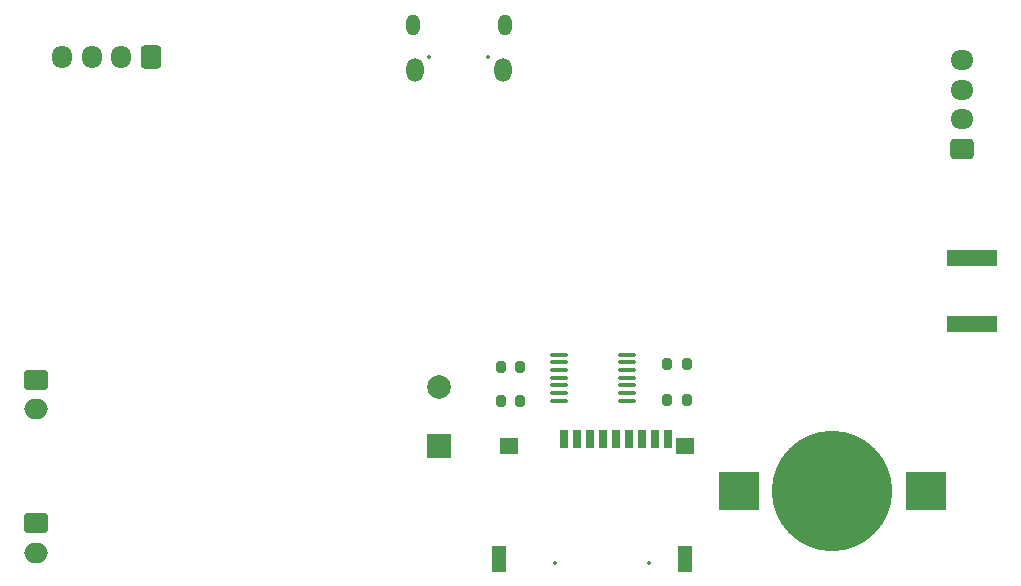
<source format=gbl>
%TF.GenerationSoftware,KiCad,Pcbnew,7.0.7*%
%TF.CreationDate,2024-05-31T17:05:06+03:00*%
%TF.ProjectId,hecatlon_raid_eye,68656361-746c-46f6-9e5f-726169645f65,rev?*%
%TF.SameCoordinates,Original*%
%TF.FileFunction,Copper,L4,Bot*%
%TF.FilePolarity,Positive*%
%FSLAX46Y46*%
G04 Gerber Fmt 4.6, Leading zero omitted, Abs format (unit mm)*
G04 Created by KiCad (PCBNEW 7.0.7) date 2024-05-31 17:05:06*
%MOMM*%
%LPD*%
G01*
G04 APERTURE LIST*
G04 Aperture macros list*
%AMRoundRect*
0 Rectangle with rounded corners*
0 $1 Rounding radius*
0 $2 $3 $4 $5 $6 $7 $8 $9 X,Y pos of 4 corners*
0 Add a 4 corners polygon primitive as box body*
4,1,4,$2,$3,$4,$5,$6,$7,$8,$9,$2,$3,0*
0 Add four circle primitives for the rounded corners*
1,1,$1+$1,$2,$3*
1,1,$1+$1,$4,$5*
1,1,$1+$1,$6,$7*
1,1,$1+$1,$8,$9*
0 Add four rect primitives between the rounded corners*
20,1,$1+$1,$2,$3,$4,$5,0*
20,1,$1+$1,$4,$5,$6,$7,0*
20,1,$1+$1,$6,$7,$8,$9,0*
20,1,$1+$1,$8,$9,$2,$3,0*%
G04 Aperture macros list end*
%TA.AperFunction,SMDPad,CuDef*%
%ADD10R,4.200000X1.350000*%
%TD*%
%TA.AperFunction,ComponentPad*%
%ADD11RoundRect,0.250000X-0.750000X0.600000X-0.750000X-0.600000X0.750000X-0.600000X0.750000X0.600000X0*%
%TD*%
%TA.AperFunction,ComponentPad*%
%ADD12O,2.000000X1.700000*%
%TD*%
%TA.AperFunction,ComponentPad*%
%ADD13O,1.150000X1.800000*%
%TD*%
%TA.AperFunction,ComponentPad*%
%ADD14O,1.450000X2.000000*%
%TD*%
%TA.AperFunction,ComponentPad*%
%ADD15R,2.000000X2.000000*%
%TD*%
%TA.AperFunction,ComponentPad*%
%ADD16C,2.000000*%
%TD*%
%TA.AperFunction,ComponentPad*%
%ADD17RoundRect,0.250000X0.725000X-0.600000X0.725000X0.600000X-0.725000X0.600000X-0.725000X-0.600000X0*%
%TD*%
%TA.AperFunction,ComponentPad*%
%ADD18O,1.950000X1.700000*%
%TD*%
%TA.AperFunction,ComponentPad*%
%ADD19RoundRect,0.250000X0.600000X0.725000X-0.600000X0.725000X-0.600000X-0.725000X0.600000X-0.725000X0*%
%TD*%
%TA.AperFunction,ComponentPad*%
%ADD20O,1.700000X1.950000*%
%TD*%
%TA.AperFunction,SMDPad,CuDef*%
%ADD21RoundRect,0.200000X0.200000X0.275000X-0.200000X0.275000X-0.200000X-0.275000X0.200000X-0.275000X0*%
%TD*%
%TA.AperFunction,SMDPad,CuDef*%
%ADD22R,3.500000X3.300000*%
%TD*%
%TA.AperFunction,SMDPad,CuDef*%
%ADD23C,10.200000*%
%TD*%
%TA.AperFunction,SMDPad,CuDef*%
%ADD24RoundRect,0.100000X0.637500X0.100000X-0.637500X0.100000X-0.637500X-0.100000X0.637500X-0.100000X0*%
%TD*%
%TA.AperFunction,SMDPad,CuDef*%
%ADD25R,0.700000X1.600000*%
%TD*%
%TA.AperFunction,SMDPad,CuDef*%
%ADD26R,1.600000X1.400000*%
%TD*%
%TA.AperFunction,SMDPad,CuDef*%
%ADD27R,1.200000X2.200000*%
%TD*%
%ADD28C,0.350000*%
%ADD29O,0.550000X1.200000*%
%ADD30O,0.850000X1.400000*%
G04 APERTURE END LIST*
D10*
%TO.P,AE2,2,Shield*%
%TO.N,GND*%
X263037500Y-70825000D03*
X263037500Y-65175000D03*
%TD*%
D11*
%TO.P,J6,1,Pin_1*%
%TO.N,Net-(D5-A)*%
X183800000Y-87650000D03*
D12*
%TO.P,J6,2,Pin_2*%
%TO.N,GND*%
X183800000Y-90150000D03*
%TD*%
D13*
%TO.P,J5,6,Shield*%
%TO.N,GND*%
X223475000Y-45450000D03*
D14*
X223325000Y-49250000D03*
X215875000Y-49250000D03*
D13*
X215725000Y-45450000D03*
%TD*%
D11*
%TO.P,J3,1,Pin_1*%
%TO.N,Net-(J3-Pin_1)*%
X183800000Y-75500000D03*
D12*
%TO.P,J3,2,Pin_2*%
%TO.N,Net-(D5-K)*%
X183800000Y-78000000D03*
%TD*%
D15*
%TO.P,BZ1,1,-*%
%TO.N,VDD*%
X217900000Y-81100000D03*
D16*
%TO.P,BZ1,2,+*%
%TO.N,Net-(BZ1-+)*%
X217900000Y-76100000D03*
%TD*%
D17*
%TO.P,J1,1,Pin_1*%
%TO.N,+3.3V*%
X262200000Y-55950000D03*
D18*
%TO.P,J1,2,Pin_2*%
%TO.N,/UART_RXD0*%
X262200000Y-53450000D03*
%TO.P,J1,3,Pin_3*%
%TO.N,/UART_TXD0*%
X262200000Y-50950000D03*
%TO.P,J1,4,Pin_4*%
%TO.N,GND*%
X262200000Y-48450000D03*
%TD*%
D19*
%TO.P,J2,1,Pin_1*%
%TO.N,+3.3V*%
X193500000Y-48200000D03*
D20*
%TO.P,J2,2,Pin_2*%
%TO.N,SW_CLK*%
X191000000Y-48200000D03*
%TO.P,J2,3,Pin_3*%
%TO.N,SW_DIO*%
X188500000Y-48200000D03*
%TO.P,J2,4,Pin_4*%
%TO.N,GND*%
X186000000Y-48200000D03*
%TD*%
D21*
%TO.P,R31,1*%
%TO.N,Net-(U5-4A)*%
X224800000Y-74444000D03*
%TO.P,R31,2*%
%TO.N,/DO_LLS*%
X223150000Y-74444000D03*
%TD*%
D22*
%TO.P,BT1,1,+*%
%TO.N,GPS_VBACKUP*%
X243300000Y-84900000D03*
X259100000Y-84900000D03*
D23*
%TO.P,BT1,2,-*%
%TO.N,GND*%
X251200000Y-84900000D03*
%TD*%
D21*
%TO.P,R34,1*%
%TO.N,Net-(U5-3A)*%
X224800000Y-77344000D03*
%TO.P,R34,2*%
%TO.N,CS*%
X223150000Y-77344000D03*
%TD*%
%TO.P,R30,1*%
%TO.N,MOSI*%
X238875000Y-74144000D03*
%TO.P,R30,2*%
%TO.N,Net-(U5-1A)*%
X237225000Y-74144000D03*
%TD*%
D24*
%TO.P,U5,1,1OE*%
%TO.N,GND*%
X233812500Y-73394000D03*
%TO.P,U5,2,1A*%
%TO.N,Net-(U5-1A)*%
X233812500Y-74044000D03*
%TO.P,U5,3,1Y*%
%TO.N,/DI_LLS*%
X233812500Y-74694000D03*
%TO.P,U5,4,2OE*%
%TO.N,GND*%
X233812500Y-75344000D03*
%TO.P,U5,5,2A*%
%TO.N,Net-(U5-2A)*%
X233812500Y-75994000D03*
%TO.P,U5,6,2Y*%
%TO.N,/SCK_LLS*%
X233812500Y-76644000D03*
%TO.P,U5,7,GND*%
%TO.N,GND*%
X233812500Y-77294000D03*
%TO.P,U5,8,3Y*%
%TO.N,/CS_LLS*%
X228087500Y-77294000D03*
%TO.P,U5,9,3A*%
%TO.N,Net-(U5-3A)*%
X228087500Y-76644000D03*
%TO.P,U5,10,3OE*%
%TO.N,GND*%
X228087500Y-75994000D03*
%TO.P,U5,11,4Y*%
%TO.N,MISO*%
X228087500Y-75344000D03*
%TO.P,U5,12,4A*%
%TO.N,Net-(U5-4A)*%
X228087500Y-74694000D03*
%TO.P,U5,13,4OE*%
%TO.N,GND*%
X228087500Y-74044000D03*
%TO.P,U5,14,VCC*%
%TO.N,+3.3V*%
X228087500Y-73394000D03*
%TD*%
D25*
%TO.P,J10,1,DAT2*%
%TO.N,unconnected-(J10-DAT2-Pad1)*%
X228475000Y-80490000D03*
%TO.P,J10,2,DAT3/CD*%
%TO.N,/CS_LLS*%
X229575000Y-80490000D03*
%TO.P,J10,3,CMD*%
%TO.N,/DI_LLS*%
X230675000Y-80490000D03*
%TO.P,J10,4,VDD*%
%TO.N,+3.3V*%
X231775000Y-80490000D03*
%TO.P,J10,5,CLK*%
%TO.N,/SCK_LLS*%
X232875000Y-80490000D03*
%TO.P,J10,6,VSS*%
%TO.N,GND*%
X233975000Y-80490000D03*
%TO.P,J10,7,DAT0*%
%TO.N,/DO_LLS*%
X235075000Y-80490000D03*
%TO.P,J10,8,DAT1*%
%TO.N,unconnected-(J10-DAT1-Pad8)*%
X236175000Y-80490000D03*
%TO.P,J10,9,SHIELD*%
%TO.N,GND*%
X237275000Y-80490000D03*
D26*
%TO.P,J10,10*%
%TO.N,N/C*%
X238725000Y-81090000D03*
D27*
%TO.P,J10,11*%
X238725000Y-90690000D03*
%TO.P,J10,12*%
X222975000Y-90690000D03*
D26*
%TO.P,J10,13*%
X223875000Y-81090000D03*
%TD*%
D21*
%TO.P,R33,1*%
%TO.N,SCK*%
X238875000Y-77244000D03*
%TO.P,R33,2*%
%TO.N,Net-(U5-2A)*%
X237225000Y-77244000D03*
%TD*%
D28*
X251964000Y-84574000D03*
X183800000Y-87650000D03*
X183800000Y-90150000D03*
X222100000Y-48200000D03*
X217100000Y-48200000D03*
D29*
X223475000Y-45450000D03*
D30*
X223325000Y-49250000D03*
X215875000Y-49250000D03*
D29*
X215725000Y-45450000D03*
D28*
X183800000Y-75500000D03*
X183800000Y-78000000D03*
X217900000Y-81100000D03*
X217900000Y-76100000D03*
X262200000Y-55950000D03*
X262200000Y-53450000D03*
X262200000Y-50950000D03*
X262200000Y-48450000D03*
X193500000Y-48200000D03*
X191000000Y-48200000D03*
X188500000Y-48200000D03*
X186000000Y-48200000D03*
X235725000Y-91000000D03*
X227725000Y-91000000D03*
M02*

</source>
